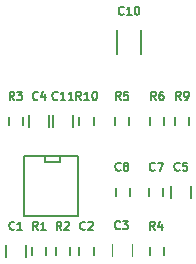
<source format=gto>
G04 #@! TF.FileFunction,Legend,Top*
%FSLAX46Y46*%
G04 Gerber Fmt 4.6, Leading zero omitted, Abs format (unit mm)*
G04 Created by KiCad (PCBNEW 4.0.4-1.fc24-product) date Tue Jun 12 10:10:09 2018*
%MOMM*%
%LPD*%
G01*
G04 APERTURE LIST*
%ADD10C,0.100000*%
%ADD11C,0.150000*%
%ADD12C,0.120000*%
G04 APERTURE END LIST*
D10*
D11*
X160575000Y-90300000D02*
X160575000Y-92300000D01*
X162625000Y-92300000D02*
X162625000Y-90300000D01*
X152850000Y-109500000D02*
X152850000Y-108500000D01*
X151150000Y-108500000D02*
X151150000Y-109500000D01*
X158600000Y-108650000D02*
X158600000Y-109350000D01*
X157400000Y-109350000D02*
X157400000Y-108650000D01*
X163300000Y-104350000D02*
X163300000Y-103650000D01*
X164500000Y-103650000D02*
X164500000Y-104350000D01*
X160500000Y-104350000D02*
X160500000Y-103650000D01*
X161700000Y-103650000D02*
X161700000Y-104350000D01*
X153400000Y-109350000D02*
X153400000Y-108650000D01*
X154600000Y-108650000D02*
X154600000Y-109350000D01*
X156600000Y-108650000D02*
X156600000Y-109350000D01*
X155400000Y-109350000D02*
X155400000Y-108650000D01*
X151400000Y-98350000D02*
X151400000Y-97650000D01*
X152600000Y-97650000D02*
X152600000Y-98350000D01*
X164600000Y-108650000D02*
X164600000Y-109350000D01*
X163400000Y-109350000D02*
X163400000Y-108650000D01*
X161600000Y-97650000D02*
X161600000Y-98350000D01*
X160400000Y-98350000D02*
X160400000Y-97650000D01*
X164600000Y-97650000D02*
X164600000Y-98350000D01*
X163400000Y-98350000D02*
X163400000Y-97650000D01*
X166700000Y-97650000D02*
X166700000Y-98350000D01*
X165500000Y-98350000D02*
X165500000Y-97650000D01*
X157400000Y-98350000D02*
X157400000Y-97650000D01*
X158600000Y-97650000D02*
X158600000Y-98350000D01*
X157286000Y-100960000D02*
X157286000Y-106040000D01*
X157286000Y-106040000D02*
X152714000Y-106040000D01*
X152714000Y-106040000D02*
X152714000Y-100960000D01*
X152714000Y-100960000D02*
X157286000Y-100960000D01*
X155762000Y-100960000D02*
X155762000Y-101468000D01*
X155762000Y-101468000D02*
X154492000Y-101468000D01*
X154492000Y-101468000D02*
X154492000Y-100960000D01*
X166850000Y-104500000D02*
X166850000Y-103500000D01*
X165150000Y-103500000D02*
X165150000Y-104500000D01*
X155150000Y-97500000D02*
X155150000Y-98500000D01*
X156850000Y-98500000D02*
X156850000Y-97500000D01*
X153150000Y-97500000D02*
X153150000Y-98500000D01*
X154850000Y-98500000D02*
X154850000Y-97500000D01*
D12*
X160150000Y-108450000D02*
X160150000Y-109450000D01*
X161850000Y-109450000D02*
X161850000Y-108450000D01*
D11*
X161150000Y-88950000D02*
X161116666Y-88983333D01*
X161016666Y-89016667D01*
X160950000Y-89016667D01*
X160850000Y-88983333D01*
X160783333Y-88916667D01*
X160750000Y-88850000D01*
X160716666Y-88716667D01*
X160716666Y-88616667D01*
X160750000Y-88483333D01*
X160783333Y-88416667D01*
X160850000Y-88350000D01*
X160950000Y-88316667D01*
X161016666Y-88316667D01*
X161116666Y-88350000D01*
X161150000Y-88383333D01*
X161816666Y-89016667D02*
X161416666Y-89016667D01*
X161616666Y-89016667D02*
X161616666Y-88316667D01*
X161550000Y-88416667D01*
X161483333Y-88483333D01*
X161416666Y-88516667D01*
X162250000Y-88316667D02*
X162316667Y-88316667D01*
X162383333Y-88350000D01*
X162416667Y-88383333D01*
X162450000Y-88450000D01*
X162483333Y-88583333D01*
X162483333Y-88750000D01*
X162450000Y-88883333D01*
X162416667Y-88950000D01*
X162383333Y-88983333D01*
X162316667Y-89016667D01*
X162250000Y-89016667D01*
X162183333Y-88983333D01*
X162150000Y-88950000D01*
X162116667Y-88883333D01*
X162083333Y-88750000D01*
X162083333Y-88583333D01*
X162116667Y-88450000D01*
X162150000Y-88383333D01*
X162183333Y-88350000D01*
X162250000Y-88316667D01*
X151883334Y-107150000D02*
X151850000Y-107183333D01*
X151750000Y-107216667D01*
X151683334Y-107216667D01*
X151583334Y-107183333D01*
X151516667Y-107116667D01*
X151483334Y-107050000D01*
X151450000Y-106916667D01*
X151450000Y-106816667D01*
X151483334Y-106683333D01*
X151516667Y-106616667D01*
X151583334Y-106550000D01*
X151683334Y-106516667D01*
X151750000Y-106516667D01*
X151850000Y-106550000D01*
X151883334Y-106583333D01*
X152550000Y-107216667D02*
X152150000Y-107216667D01*
X152350000Y-107216667D02*
X152350000Y-106516667D01*
X152283334Y-106616667D01*
X152216667Y-106683333D01*
X152150000Y-106716667D01*
X157883334Y-107150000D02*
X157850000Y-107183333D01*
X157750000Y-107216667D01*
X157683334Y-107216667D01*
X157583334Y-107183333D01*
X157516667Y-107116667D01*
X157483334Y-107050000D01*
X157450000Y-106916667D01*
X157450000Y-106816667D01*
X157483334Y-106683333D01*
X157516667Y-106616667D01*
X157583334Y-106550000D01*
X157683334Y-106516667D01*
X157750000Y-106516667D01*
X157850000Y-106550000D01*
X157883334Y-106583333D01*
X158150000Y-106583333D02*
X158183334Y-106550000D01*
X158250000Y-106516667D01*
X158416667Y-106516667D01*
X158483334Y-106550000D01*
X158516667Y-106583333D01*
X158550000Y-106650000D01*
X158550000Y-106716667D01*
X158516667Y-106816667D01*
X158116667Y-107216667D01*
X158550000Y-107216667D01*
X163783334Y-102150000D02*
X163750000Y-102183333D01*
X163650000Y-102216667D01*
X163583334Y-102216667D01*
X163483334Y-102183333D01*
X163416667Y-102116667D01*
X163383334Y-102050000D01*
X163350000Y-101916667D01*
X163350000Y-101816667D01*
X163383334Y-101683333D01*
X163416667Y-101616667D01*
X163483334Y-101550000D01*
X163583334Y-101516667D01*
X163650000Y-101516667D01*
X163750000Y-101550000D01*
X163783334Y-101583333D01*
X164016667Y-101516667D02*
X164483334Y-101516667D01*
X164183334Y-102216667D01*
X160883334Y-102150000D02*
X160850000Y-102183333D01*
X160750000Y-102216667D01*
X160683334Y-102216667D01*
X160583334Y-102183333D01*
X160516667Y-102116667D01*
X160483334Y-102050000D01*
X160450000Y-101916667D01*
X160450000Y-101816667D01*
X160483334Y-101683333D01*
X160516667Y-101616667D01*
X160583334Y-101550000D01*
X160683334Y-101516667D01*
X160750000Y-101516667D01*
X160850000Y-101550000D01*
X160883334Y-101583333D01*
X161283334Y-101816667D02*
X161216667Y-101783333D01*
X161183334Y-101750000D01*
X161150000Y-101683333D01*
X161150000Y-101650000D01*
X161183334Y-101583333D01*
X161216667Y-101550000D01*
X161283334Y-101516667D01*
X161416667Y-101516667D01*
X161483334Y-101550000D01*
X161516667Y-101583333D01*
X161550000Y-101650000D01*
X161550000Y-101683333D01*
X161516667Y-101750000D01*
X161483334Y-101783333D01*
X161416667Y-101816667D01*
X161283334Y-101816667D01*
X161216667Y-101850000D01*
X161183334Y-101883333D01*
X161150000Y-101950000D01*
X161150000Y-102083333D01*
X161183334Y-102150000D01*
X161216667Y-102183333D01*
X161283334Y-102216667D01*
X161416667Y-102216667D01*
X161483334Y-102183333D01*
X161516667Y-102150000D01*
X161550000Y-102083333D01*
X161550000Y-101950000D01*
X161516667Y-101883333D01*
X161483334Y-101850000D01*
X161416667Y-101816667D01*
X153883334Y-107216667D02*
X153650000Y-106883333D01*
X153483334Y-107216667D02*
X153483334Y-106516667D01*
X153750000Y-106516667D01*
X153816667Y-106550000D01*
X153850000Y-106583333D01*
X153883334Y-106650000D01*
X153883334Y-106750000D01*
X153850000Y-106816667D01*
X153816667Y-106850000D01*
X153750000Y-106883333D01*
X153483334Y-106883333D01*
X154550000Y-107216667D02*
X154150000Y-107216667D01*
X154350000Y-107216667D02*
X154350000Y-106516667D01*
X154283334Y-106616667D01*
X154216667Y-106683333D01*
X154150000Y-106716667D01*
X155883334Y-107216667D02*
X155650000Y-106883333D01*
X155483334Y-107216667D02*
X155483334Y-106516667D01*
X155750000Y-106516667D01*
X155816667Y-106550000D01*
X155850000Y-106583333D01*
X155883334Y-106650000D01*
X155883334Y-106750000D01*
X155850000Y-106816667D01*
X155816667Y-106850000D01*
X155750000Y-106883333D01*
X155483334Y-106883333D01*
X156150000Y-106583333D02*
X156183334Y-106550000D01*
X156250000Y-106516667D01*
X156416667Y-106516667D01*
X156483334Y-106550000D01*
X156516667Y-106583333D01*
X156550000Y-106650000D01*
X156550000Y-106716667D01*
X156516667Y-106816667D01*
X156116667Y-107216667D01*
X156550000Y-107216667D01*
X151883334Y-96216667D02*
X151650000Y-95883333D01*
X151483334Y-96216667D02*
X151483334Y-95516667D01*
X151750000Y-95516667D01*
X151816667Y-95550000D01*
X151850000Y-95583333D01*
X151883334Y-95650000D01*
X151883334Y-95750000D01*
X151850000Y-95816667D01*
X151816667Y-95850000D01*
X151750000Y-95883333D01*
X151483334Y-95883333D01*
X152116667Y-95516667D02*
X152550000Y-95516667D01*
X152316667Y-95783333D01*
X152416667Y-95783333D01*
X152483334Y-95816667D01*
X152516667Y-95850000D01*
X152550000Y-95916667D01*
X152550000Y-96083333D01*
X152516667Y-96150000D01*
X152483334Y-96183333D01*
X152416667Y-96216667D01*
X152216667Y-96216667D01*
X152150000Y-96183333D01*
X152116667Y-96150000D01*
X163783334Y-107216667D02*
X163550000Y-106883333D01*
X163383334Y-107216667D02*
X163383334Y-106516667D01*
X163650000Y-106516667D01*
X163716667Y-106550000D01*
X163750000Y-106583333D01*
X163783334Y-106650000D01*
X163783334Y-106750000D01*
X163750000Y-106816667D01*
X163716667Y-106850000D01*
X163650000Y-106883333D01*
X163383334Y-106883333D01*
X164383334Y-106750000D02*
X164383334Y-107216667D01*
X164216667Y-106483333D02*
X164050000Y-106983333D01*
X164483334Y-106983333D01*
X160883334Y-96216667D02*
X160650000Y-95883333D01*
X160483334Y-96216667D02*
X160483334Y-95516667D01*
X160750000Y-95516667D01*
X160816667Y-95550000D01*
X160850000Y-95583333D01*
X160883334Y-95650000D01*
X160883334Y-95750000D01*
X160850000Y-95816667D01*
X160816667Y-95850000D01*
X160750000Y-95883333D01*
X160483334Y-95883333D01*
X161516667Y-95516667D02*
X161183334Y-95516667D01*
X161150000Y-95850000D01*
X161183334Y-95816667D01*
X161250000Y-95783333D01*
X161416667Y-95783333D01*
X161483334Y-95816667D01*
X161516667Y-95850000D01*
X161550000Y-95916667D01*
X161550000Y-96083333D01*
X161516667Y-96150000D01*
X161483334Y-96183333D01*
X161416667Y-96216667D01*
X161250000Y-96216667D01*
X161183334Y-96183333D01*
X161150000Y-96150000D01*
X163883334Y-96216667D02*
X163650000Y-95883333D01*
X163483334Y-96216667D02*
X163483334Y-95516667D01*
X163750000Y-95516667D01*
X163816667Y-95550000D01*
X163850000Y-95583333D01*
X163883334Y-95650000D01*
X163883334Y-95750000D01*
X163850000Y-95816667D01*
X163816667Y-95850000D01*
X163750000Y-95883333D01*
X163483334Y-95883333D01*
X164483334Y-95516667D02*
X164350000Y-95516667D01*
X164283334Y-95550000D01*
X164250000Y-95583333D01*
X164183334Y-95683333D01*
X164150000Y-95816667D01*
X164150000Y-96083333D01*
X164183334Y-96150000D01*
X164216667Y-96183333D01*
X164283334Y-96216667D01*
X164416667Y-96216667D01*
X164483334Y-96183333D01*
X164516667Y-96150000D01*
X164550000Y-96083333D01*
X164550000Y-95916667D01*
X164516667Y-95850000D01*
X164483334Y-95816667D01*
X164416667Y-95783333D01*
X164283334Y-95783333D01*
X164216667Y-95816667D01*
X164183334Y-95850000D01*
X164150000Y-95916667D01*
X165983334Y-96216667D02*
X165750000Y-95883333D01*
X165583334Y-96216667D02*
X165583334Y-95516667D01*
X165850000Y-95516667D01*
X165916667Y-95550000D01*
X165950000Y-95583333D01*
X165983334Y-95650000D01*
X165983334Y-95750000D01*
X165950000Y-95816667D01*
X165916667Y-95850000D01*
X165850000Y-95883333D01*
X165583334Y-95883333D01*
X166316667Y-96216667D02*
X166450000Y-96216667D01*
X166516667Y-96183333D01*
X166550000Y-96150000D01*
X166616667Y-96050000D01*
X166650000Y-95916667D01*
X166650000Y-95650000D01*
X166616667Y-95583333D01*
X166583334Y-95550000D01*
X166516667Y-95516667D01*
X166383334Y-95516667D01*
X166316667Y-95550000D01*
X166283334Y-95583333D01*
X166250000Y-95650000D01*
X166250000Y-95816667D01*
X166283334Y-95883333D01*
X166316667Y-95916667D01*
X166383334Y-95950000D01*
X166516667Y-95950000D01*
X166583334Y-95916667D01*
X166616667Y-95883333D01*
X166650000Y-95816667D01*
X157550000Y-96216667D02*
X157316666Y-95883333D01*
X157150000Y-96216667D02*
X157150000Y-95516667D01*
X157416666Y-95516667D01*
X157483333Y-95550000D01*
X157516666Y-95583333D01*
X157550000Y-95650000D01*
X157550000Y-95750000D01*
X157516666Y-95816667D01*
X157483333Y-95850000D01*
X157416666Y-95883333D01*
X157150000Y-95883333D01*
X158216666Y-96216667D02*
X157816666Y-96216667D01*
X158016666Y-96216667D02*
X158016666Y-95516667D01*
X157950000Y-95616667D01*
X157883333Y-95683333D01*
X157816666Y-95716667D01*
X158650000Y-95516667D02*
X158716667Y-95516667D01*
X158783333Y-95550000D01*
X158816667Y-95583333D01*
X158850000Y-95650000D01*
X158883333Y-95783333D01*
X158883333Y-95950000D01*
X158850000Y-96083333D01*
X158816667Y-96150000D01*
X158783333Y-96183333D01*
X158716667Y-96216667D01*
X158650000Y-96216667D01*
X158583333Y-96183333D01*
X158550000Y-96150000D01*
X158516667Y-96083333D01*
X158483333Y-95950000D01*
X158483333Y-95783333D01*
X158516667Y-95650000D01*
X158550000Y-95583333D01*
X158583333Y-95550000D01*
X158650000Y-95516667D01*
X165883334Y-102150000D02*
X165850000Y-102183333D01*
X165750000Y-102216667D01*
X165683334Y-102216667D01*
X165583334Y-102183333D01*
X165516667Y-102116667D01*
X165483334Y-102050000D01*
X165450000Y-101916667D01*
X165450000Y-101816667D01*
X165483334Y-101683333D01*
X165516667Y-101616667D01*
X165583334Y-101550000D01*
X165683334Y-101516667D01*
X165750000Y-101516667D01*
X165850000Y-101550000D01*
X165883334Y-101583333D01*
X166516667Y-101516667D02*
X166183334Y-101516667D01*
X166150000Y-101850000D01*
X166183334Y-101816667D01*
X166250000Y-101783333D01*
X166416667Y-101783333D01*
X166483334Y-101816667D01*
X166516667Y-101850000D01*
X166550000Y-101916667D01*
X166550000Y-102083333D01*
X166516667Y-102150000D01*
X166483334Y-102183333D01*
X166416667Y-102216667D01*
X166250000Y-102216667D01*
X166183334Y-102183333D01*
X166150000Y-102150000D01*
X155550000Y-96150000D02*
X155516666Y-96183333D01*
X155416666Y-96216667D01*
X155350000Y-96216667D01*
X155250000Y-96183333D01*
X155183333Y-96116667D01*
X155150000Y-96050000D01*
X155116666Y-95916667D01*
X155116666Y-95816667D01*
X155150000Y-95683333D01*
X155183333Y-95616667D01*
X155250000Y-95550000D01*
X155350000Y-95516667D01*
X155416666Y-95516667D01*
X155516666Y-95550000D01*
X155550000Y-95583333D01*
X156216666Y-96216667D02*
X155816666Y-96216667D01*
X156016666Y-96216667D02*
X156016666Y-95516667D01*
X155950000Y-95616667D01*
X155883333Y-95683333D01*
X155816666Y-95716667D01*
X156883333Y-96216667D02*
X156483333Y-96216667D01*
X156683333Y-96216667D02*
X156683333Y-95516667D01*
X156616667Y-95616667D01*
X156550000Y-95683333D01*
X156483333Y-95716667D01*
X153883334Y-96150000D02*
X153850000Y-96183333D01*
X153750000Y-96216667D01*
X153683334Y-96216667D01*
X153583334Y-96183333D01*
X153516667Y-96116667D01*
X153483334Y-96050000D01*
X153450000Y-95916667D01*
X153450000Y-95816667D01*
X153483334Y-95683333D01*
X153516667Y-95616667D01*
X153583334Y-95550000D01*
X153683334Y-95516667D01*
X153750000Y-95516667D01*
X153850000Y-95550000D01*
X153883334Y-95583333D01*
X154483334Y-95750000D02*
X154483334Y-96216667D01*
X154316667Y-95483333D02*
X154150000Y-95983333D01*
X154583334Y-95983333D01*
X160833334Y-107100000D02*
X160800000Y-107133333D01*
X160700000Y-107166667D01*
X160633334Y-107166667D01*
X160533334Y-107133333D01*
X160466667Y-107066667D01*
X160433334Y-107000000D01*
X160400000Y-106866667D01*
X160400000Y-106766667D01*
X160433334Y-106633333D01*
X160466667Y-106566667D01*
X160533334Y-106500000D01*
X160633334Y-106466667D01*
X160700000Y-106466667D01*
X160800000Y-106500000D01*
X160833334Y-106533333D01*
X161066667Y-106466667D02*
X161500000Y-106466667D01*
X161266667Y-106733333D01*
X161366667Y-106733333D01*
X161433334Y-106766667D01*
X161466667Y-106800000D01*
X161500000Y-106866667D01*
X161500000Y-107033333D01*
X161466667Y-107100000D01*
X161433334Y-107133333D01*
X161366667Y-107166667D01*
X161166667Y-107166667D01*
X161100000Y-107133333D01*
X161066667Y-107100000D01*
M02*

</source>
